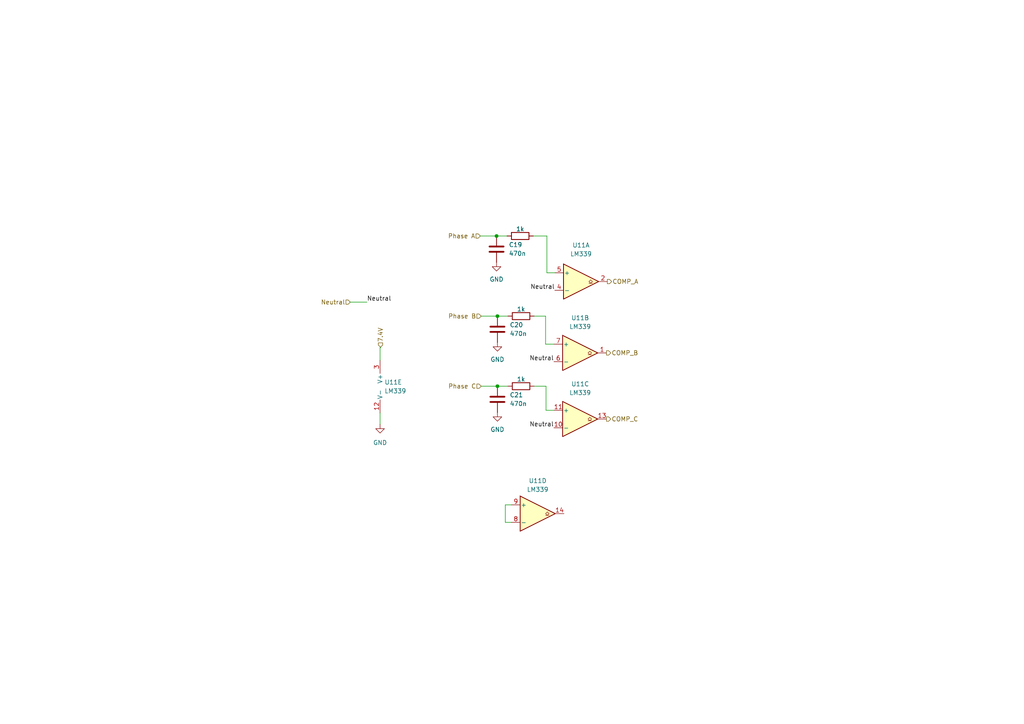
<source format=kicad_sch>
(kicad_sch (version 20230121) (generator eeschema)
  (paper "A4")
  (lib_symbols
    (symbol "Comparator:LM339" (pin_names (offset 0.127))
      (property "Reference" "U" (at 0 5.08 0))
      (property "Value" "LM339" (at 0 -5.08 0))
      (symbol "LM339_1_1"
        (polyline (pts (xy -5.08 5.08) (xy 5.08 0) (xy -5.08 -5.08) (xy -5.08 5.08)) (stroke (width 0.254)) (fill (type background)))
        (polyline (pts (xy 3.302 -0.508) (xy 2.794 -0.508) (xy 3.302 0) (xy 2.794 0.508) (xy 2.286 0) (xy 2.794 -0.508) (xy 2.286 -0.508)) (stroke (width 0.127)))
        (pin open_collector line (at 7.62 0 180) (length 2.54) (name "~") (number "2"))
        (pin input line (at -7.62 -2.54 0) (length 2.54) (name "-") (number "4"))
        (pin input line (at -7.62 2.54 0) (length 2.54) (name "+") (number "5"))
      )
      (symbol "LM339_2_1"
        (polyline (pts (xy -5.08 5.08) (xy 5.08 0) (xy -5.08 -5.08) (xy -5.08 5.08)) (stroke (width 0.254)) (fill (type background)))
        (polyline (pts (xy 3.302 -0.508) (xy 2.794 -0.508) (xy 3.302 0) (xy 2.794 0.508) (xy 2.286 0) (xy 2.794 -0.508) (xy 2.286 -0.508)) (stroke (width 0.127)))
        (pin open_collector line (at 7.62 0 180) (length 2.54) (name "~") (number "1"))
        (pin input line (at -7.62 -2.54 0) (length 2.54) (name "-") (number "6"))
        (pin input line (at -7.62 2.54 0) (length 2.54) (name "+") (number "7"))
      )
      (symbol "LM339_3_1"
        (polyline (pts (xy -5.08 5.08) (xy 5.08 0) (xy -5.08 -5.08) (xy -5.08 5.08)) (stroke (width 0.254)) (fill (type background)))
        (polyline (pts (xy 3.302 -0.508) (xy 2.794 -0.508) (xy 3.302 0) (xy 2.794 0.508) (xy 2.286 0) (xy 2.794 -0.508) (xy 2.286 -0.508)) (stroke (width 0.127)))
        (pin input line (at -7.62 -2.54 0) (length 2.54) (name "-") (number "10"))
        (pin input line (at -7.62 2.54 0) (length 2.54) (name "+") (number "11"))
        (pin open_collector line (at 7.62 0 180) (length 2.54) (name "~") (number "13"))
      )
      (symbol "LM339_4_1"
        (polyline (pts (xy -5.08 5.08) (xy 5.08 0) (xy -5.08 -5.08) (xy -5.08 5.08)) (stroke (width 0.254)) (fill (type background)))
        (polyline (pts (xy 3.302 -0.508) (xy 2.794 -0.508) (xy 3.302 0) (xy 2.794 0.508) (xy 2.286 0) (xy 2.794 -0.508) (xy 2.286 -0.508)) (stroke (width 0.127)))
        (pin open_collector line (at 7.62 0 180) (length 2.54) (name "~") (number "14"))
        (pin input line (at -7.62 -2.54 0) (length 2.54) (name "-") (number "8"))
        (pin input line (at -7.62 2.54 0) (length 2.54) (name "+") (number "9"))
      )
      (symbol "LM339_5_1"
        (pin power_in line (at -2.54 -7.62 90) (length 3.81) (name "V-") (number "12"))
        (pin power_in line (at -2.54 7.62 270) (length 3.81) (name "V+") (number "3"))
      )
    )
    (symbol "Device:C" (pin_numbers hide) (pin_names (offset 0.254))
      (property "Reference" "C" (at 0.635 2.54 0))
      (property "Value" "C" (at 0.635 -2.54 0))
      (symbol "C_0_1"
        (polyline (pts (xy -2.032 -0.762) (xy 2.032 -0.762)) (stroke (width 0.508)))
        (polyline (pts (xy -2.032 0.762) (xy 2.032 0.762)) (stroke (width 0.508)))
      )
      (symbol "C_1_1"
        (pin passive line (at 0 3.81 270) (length 2.794) (name "~") (number "1"))
        (pin passive line (at 0 -3.81 90) (length 2.794) (name "~") (number "2"))
      )
    )
    (symbol "Device:R" (pin_numbers hide) (pin_names (offset 0))
      (property "Reference" "R" (at 2.032 0 90))
      (property "Value" "R" (at 0 0 90))
      (symbol "R_0_1"
        (rectangle (start -1.016 -2.54) (end 1.016 2.54) (stroke (width 0.254)))
      )
      (symbol "R_1_1"
        (pin passive line (at 0 3.81 270) (length 1.27) (name "~") (number "1"))
        (pin passive line (at 0 -3.81 90) (length 1.27) (name "~") (number "2"))
      )
    )
    (symbol "power:GND" (power) (pin_names (offset 0))
      (property "Value" "GND" (at 0 -3.81 0))
      (symbol "GND_0_1"
        (polyline (pts (xy 0 0) (xy 0 -1.27) (xy 1.27 -1.27) (xy 0 -2.54) (xy -1.27 -1.27) (xy 0 -1.27)))
      )
      (symbol "GND_1_1"
        (pin power_in line (at 0 0 270) (length 0) hide (name "GND") (number "1"))
      )
    )
  )
  (junction (at 144.272 112.014))
  (junction (at 144.018 68.453))
  (junction (at 144.272 91.694))
  (wire (pts (xy 154.94 91.694) (xy 158.242 91.694)))
  (wire (pts (xy 158.623 79.121) (xy 160.909 79.121)))
  (wire (pts (xy 158.369 118.999) (xy 160.655 118.999)))
  (wire (pts (xy 154.94 112.014) (xy 158.369 112.014)))
  (wire (pts (xy 158.623 68.453) (xy 158.623 79.121)))
  (wire (pts (xy 144.272 112.014) (xy 147.32 112.014)))
  (wire (pts (xy 154.686 68.453) (xy 158.623 68.453)))
  (wire (pts (xy 110.236 123.063) (xy 110.236 119.761)))
  (wire (pts (xy 110.363 100.838) (xy 110.363 100.711)))
  (wire (pts (xy 101.6 87.63) (xy 106.426 87.63)))
  (wire (pts (xy 110.236 100.838) (xy 110.236 104.521)))
  (wire (pts (xy 158.242 91.694) (xy 158.242 99.822)))
  (wire (pts (xy 146.558 151.511) (xy 148.336 151.511)))
  (wire (pts (xy 146.558 146.431) (xy 146.558 151.511)))
  (wire (pts (xy 144.272 91.694) (xy 147.32 91.694)))
  (wire (pts (xy 158.242 99.822) (xy 160.655 99.822)))
  (wire (pts (xy 148.336 146.431) (xy 146.558 146.431)))
  (wire (pts (xy 139.573 112.014) (xy 144.272 112.014)))
  (wire (pts (xy 139.319 68.453) (xy 144.018 68.453)))
  (wire (pts (xy 110.363 100.838) (xy 110.236 100.838)))
  (wire (pts (xy 139.573 91.694) (xy 144.272 91.694)))
  (wire (pts (xy 158.369 112.014) (xy 158.369 118.999)))
  (wire (pts (xy 144.018 68.453) (xy 147.066 68.453)))
  (label "Neutral" (at 106.426 87.63 0))
  (label "Neutral" (at 160.909 84.201 180))
  (label "Neutral" (at 160.655 104.902 180))
  (label "Neutral" (at 160.655 124.079 180))
  (hierarchical_label "COMP_A" (shape output) (at 176.149 81.661 0))
  (hierarchical_label "Phase A" (shape input) (at 139.319 68.453 180))
  (hierarchical_label "Phase B" (shape input) (at 139.573 91.694 180))
  (hierarchical_label "Neutral" (shape input) (at 101.6 87.63 180))
  (hierarchical_label "COMP_B" (shape output) (at 175.895 102.362 0))
  (hierarchical_label "Phase C" (shape input) (at 139.573 112.014 180))
  (hierarchical_label "COMP_C" (shape output) (at 175.895 121.539 0))
  (hierarchical_label "7.4V" (shape input) (at 110.363 100.711 90))
  (symbol (lib_id "Comparator:LM339") (at 168.529 81.661 0) (unit 1)
    (property "Reference" "U11" (at 168.529 71.12 0))
    (property "Value" "LM339" (at 168.529 73.66 0))
    (property "Footprint" "Peripheral_Footprints_Rev1:LM339_TSSOP14" (effects hide))
    (property "Datasheet" "https://www.st.com/resource/en/datasheet/lm139.pdf" (effects hide))
  )
  (symbol (lib_id "power:GND") (at 144.272 119.634 0) (unit 1)
    (property "Reference" "#PWR037" (effects hide))
    (property "Value" "GND" (at 144.272 124.587 0))
  )
  (symbol (lib_id "Device:R") (at 151.13 112.014 270) (unit 1)
    (property "Reference" "R58" (effects hide))
    (property "Value" "1k" (at 151.13 109.982 90))
    (property "Footprint" "Resistor_SMD:R_1206_3216Metric" (effects hide))
  )
  (symbol (lib_id "power:GND") (at 144.018 76.073 0) (unit 1)
    (property "Reference" "#PWR035" (effects hide))
    (property "Value" "GND" (at 144.018 81.026 0))
  )
  (symbol (lib_id "Comparator:LM339") (at 155.956 148.971 0) (unit 4)
    (property "Reference" "U11" (at 155.956 139.446 0))
    (property "Value" "LM339" (at 155.956 141.986 0))
    (property "Footprint" "Peripheral_Footprints_Rev1:LM339_TSSOP14" (effects hide))
    (property "Datasheet" "https://www.st.com/resource/en/datasheet/lm139.pdf" (effects hide))
  )
  (symbol (lib_id "power:GND") (at 110.236 123.063 0) (unit 1)
    (property "Reference" "#PWR034" (effects hide))
    (property "Value" "GND" (at 110.236 128.397 0))
  )
  (symbol (lib_id "Device:C") (at 144.018 72.263 0) (unit 1)
    (property "Reference" "C19" (at 147.574 70.993 0) (effects (justify left)))
    (property "Value" "470n" (at 147.574 73.533 0) (effects (justify left)))
    (property "Footprint" "Capacitor_SMD:C_1206_3216Metric" (effects hide))
  )
  (symbol (lib_id "Device:C") (at 144.272 95.504 0) (unit 1)
    (property "Reference" "C20" (at 147.828 94.234 0) (effects (justify left)))
    (property "Value" "470n" (at 147.828 96.774 0) (effects (justify left)))
    (property "Footprint" "Capacitor_SMD:C_1206_3216Metric" (effects hide))
  )
  (symbol (lib_id "Device:R") (at 150.876 68.453 270) (unit 1)
    (property "Reference" "R56" (effects hide))
    (property "Value" "1k" (at 150.876 66.421 90))
    (property "Footprint" "Resistor_SMD:R_1206_3216Metric" (effects hide))
  )
  (symbol (lib_id "Comparator:LM339") (at 168.275 102.362 0) (unit 2)
    (property "Reference" "U11" (at 168.275 92.202 0))
    (property "Value" "LM339" (at 168.275 94.742 0))
    (property "Footprint" "Peripheral_Footprints_Rev1:LM339_TSSOP14" (effects hide))
    (property "Datasheet" "https://www.st.com/resource/en/datasheet/lm139.pdf" (effects hide))
  )
  (symbol (lib_id "Comparator:LM339") (at 112.776 112.141 0) (unit 5)
    (property "Reference" "U11" (at 111.506 110.871 0) (effects (justify left)))
    (property "Value" "LM339" (at 111.506 113.411 0) (effects (justify left)))
    (property "Footprint" "Peripheral_Footprints_Rev1:LM339_TSSOP14" (effects hide))
    (property "Datasheet" "https://www.st.com/resource/en/datasheet/lm139.pdf" (effects hide))
  )
  (symbol (lib_id "Device:R") (at 151.13 91.694 270) (unit 1)
    (property "Reference" "R57" (effects hide))
    (property "Value" "1k" (at 151.13 89.662 90))
    (property "Footprint" "Resistor_SMD:R_1206_3216Metric" (effects hide))
  )
  (symbol (lib_id "power:GND") (at 144.272 99.314 0) (unit 1)
    (property "Reference" "#PWR036" (effects hide))
    (property "Value" "GND" (at 144.272 104.267 0))
  )
  (symbol (lib_id "Device:C") (at 144.272 115.824 0) (unit 1)
    (property "Reference" "C21" (at 147.828 114.554 0) (effects (justify left)))
    (property "Value" "470n" (at 147.828 117.094 0) (effects (justify left)))
    (property "Footprint" "Capacitor_SMD:C_1206_3216Metric" (effects hide))
  )
  (symbol (lib_id "Comparator:LM339") (at 168.275 121.539 0) (unit 3)
    (property "Reference" "U11" (at 168.275 111.379 0))
    (property "Value" "LM339" (at 168.275 113.919 0))
    (property "Footprint" "Peripheral_Footprints_Rev1:LM339_TSSOP14" (effects hide))
    (property "Datasheet" "https://www.st.com/resource/en/datasheet/lm139.pdf" (effects hide))
  )
)
</source>
